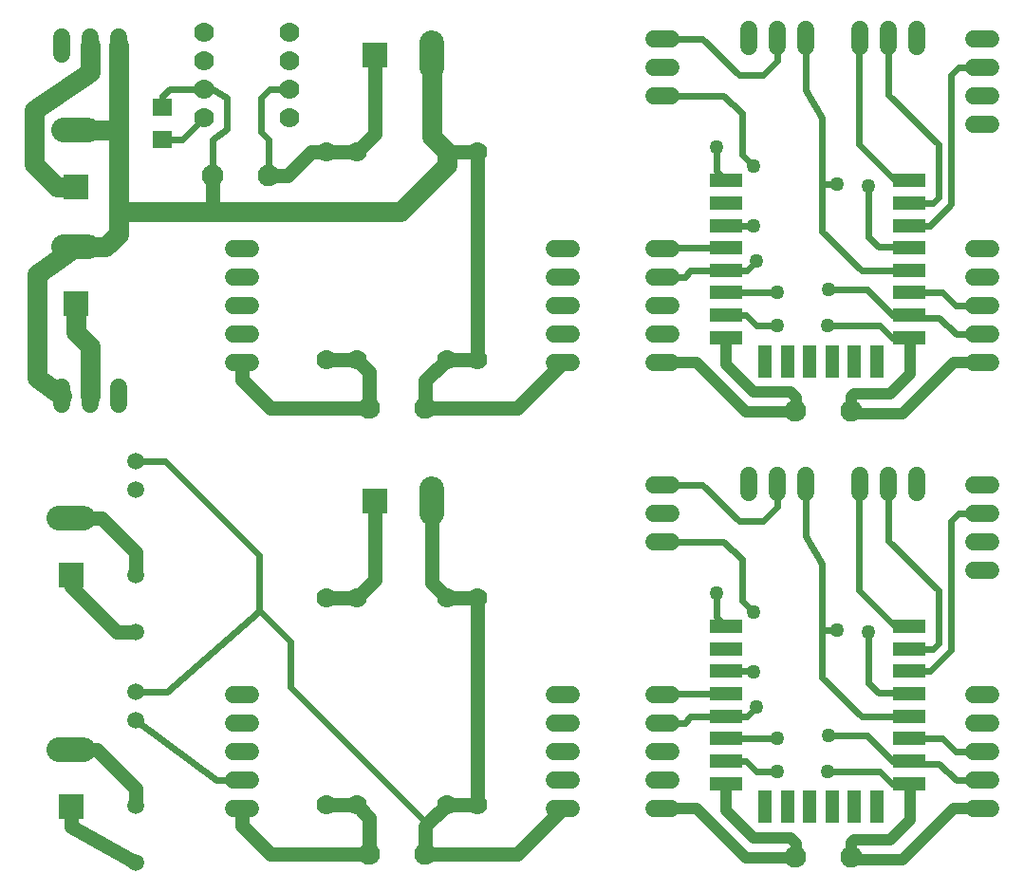
<source format=gtl>
G75*
%MOIN*%
%OFA0B0*%
%FSLAX25Y25*%
%IPPOS*%
%LPD*%
%AMOC8*
5,1,8,0,0,1.08239X$1,22.5*
%
%ADD10C,0.07600*%
%ADD11C,0.07000*%
%ADD12C,0.06000*%
%ADD13R,0.08600X0.08600*%
%ADD14C,0.08600*%
%ADD15R,0.11811X0.04724*%
%ADD16R,0.04724X0.11811*%
%ADD17R,0.07098X0.06299*%
%ADD18C,0.05937*%
%ADD19C,0.05000*%
%ADD20C,0.02400*%
%ADD21C,0.05000*%
%ADD22C,0.07000*%
%ADD23C,0.04000*%
D10*
X0146257Y0060700D03*
X0165943Y0060700D03*
X0295757Y0059700D03*
X0315443Y0059700D03*
X0315443Y0216300D03*
X0295757Y0216300D03*
X0165943Y0217300D03*
X0146257Y0217300D03*
X0110943Y0298800D03*
X0091257Y0298800D03*
D11*
X0088100Y0319300D03*
X0088100Y0329300D03*
X0088100Y0339300D03*
X0088100Y0349300D03*
X0118100Y0349300D03*
X0118100Y0339300D03*
X0118100Y0329300D03*
X0118100Y0319300D03*
X0131072Y0307233D03*
X0141883Y0307233D03*
X0173380Y0307233D03*
X0184191Y0307233D03*
X0184191Y0234398D03*
X0173380Y0234398D03*
X0141883Y0234398D03*
X0131072Y0234398D03*
X0131072Y0150633D03*
X0141883Y0150633D03*
X0173380Y0150633D03*
X0184191Y0150633D03*
X0184191Y0077798D03*
X0173380Y0077798D03*
X0141883Y0077798D03*
X0131072Y0077798D03*
D12*
X0104600Y0076700D02*
X0098600Y0076700D01*
X0098600Y0086700D02*
X0104600Y0086700D01*
X0104600Y0096700D02*
X0098600Y0096700D01*
X0098600Y0106700D02*
X0104600Y0106700D01*
X0104600Y0116700D02*
X0098600Y0116700D01*
X0211100Y0116700D02*
X0217100Y0116700D01*
X0217100Y0106700D02*
X0211100Y0106700D01*
X0211100Y0096700D02*
X0217100Y0096700D01*
X0217100Y0086700D02*
X0211100Y0086700D01*
X0211100Y0076700D02*
X0217100Y0076700D01*
X0246100Y0076700D02*
X0252100Y0076700D01*
X0252100Y0086700D02*
X0246100Y0086700D01*
X0246100Y0096700D02*
X0252100Y0096700D01*
X0252100Y0106700D02*
X0246100Y0106700D01*
X0246100Y0116700D02*
X0252100Y0116700D01*
X0252100Y0170200D02*
X0246100Y0170200D01*
X0246100Y0180200D02*
X0252100Y0180200D01*
X0252100Y0190200D02*
X0246100Y0190200D01*
X0279600Y0187700D02*
X0279600Y0193700D01*
X0289600Y0193700D02*
X0289600Y0187700D01*
X0299600Y0187700D02*
X0299600Y0193700D01*
X0318600Y0193700D02*
X0318600Y0187700D01*
X0328600Y0187700D02*
X0328600Y0193700D01*
X0338600Y0193700D02*
X0338600Y0187700D01*
X0358600Y0190200D02*
X0364600Y0190200D01*
X0364600Y0180200D02*
X0358600Y0180200D01*
X0358600Y0170200D02*
X0364600Y0170200D01*
X0364600Y0160200D02*
X0358600Y0160200D01*
X0358600Y0116700D02*
X0364600Y0116700D01*
X0364600Y0106700D02*
X0358600Y0106700D01*
X0358600Y0096700D02*
X0364600Y0096700D01*
X0364600Y0086700D02*
X0358600Y0086700D01*
X0358600Y0076700D02*
X0364600Y0076700D01*
X0364600Y0233300D02*
X0358600Y0233300D01*
X0358600Y0243300D02*
X0364600Y0243300D01*
X0364600Y0253300D02*
X0358600Y0253300D01*
X0358600Y0263300D02*
X0364600Y0263300D01*
X0364600Y0273300D02*
X0358600Y0273300D01*
X0358600Y0316800D02*
X0364600Y0316800D01*
X0364600Y0326800D02*
X0358600Y0326800D01*
X0358600Y0336800D02*
X0364600Y0336800D01*
X0364600Y0346800D02*
X0358600Y0346800D01*
X0338600Y0344300D02*
X0338600Y0350300D01*
X0328600Y0350300D02*
X0328600Y0344300D01*
X0318600Y0344300D02*
X0318600Y0350300D01*
X0299600Y0350300D02*
X0299600Y0344300D01*
X0289600Y0344300D02*
X0289600Y0350300D01*
X0279600Y0350300D02*
X0279600Y0344300D01*
X0252100Y0346800D02*
X0246100Y0346800D01*
X0246100Y0336800D02*
X0252100Y0336800D01*
X0252100Y0326800D02*
X0246100Y0326800D01*
X0246100Y0273300D02*
X0252100Y0273300D01*
X0252100Y0263300D02*
X0246100Y0263300D01*
X0246100Y0253300D02*
X0252100Y0253300D01*
X0252100Y0243300D02*
X0246100Y0243300D01*
X0246100Y0233300D02*
X0252100Y0233300D01*
X0217100Y0233300D02*
X0211100Y0233300D01*
X0211100Y0243300D02*
X0217100Y0243300D01*
X0217100Y0253300D02*
X0211100Y0253300D01*
X0211100Y0263300D02*
X0217100Y0263300D01*
X0217100Y0273300D02*
X0211100Y0273300D01*
X0104600Y0273300D02*
X0098600Y0273300D01*
X0098600Y0263300D02*
X0104600Y0263300D01*
X0104600Y0253300D02*
X0098600Y0253300D01*
X0098600Y0243300D02*
X0104600Y0243300D01*
X0104600Y0233300D02*
X0098600Y0233300D01*
X0058200Y0224700D02*
X0058200Y0218700D01*
X0048200Y0218700D02*
X0048200Y0224700D01*
X0038200Y0224700D02*
X0038200Y0218700D01*
X0038100Y0341600D02*
X0038100Y0347600D01*
X0048100Y0347600D02*
X0048100Y0341600D01*
X0058100Y0341600D02*
X0058100Y0347600D01*
D13*
X0043100Y0294800D03*
X0043100Y0253800D03*
X0148100Y0184700D03*
X0041600Y0158700D03*
X0041600Y0077200D03*
X0148100Y0341300D03*
D14*
X0168100Y0337000D02*
X0168100Y0345600D01*
X0047400Y0314800D02*
X0038800Y0314800D01*
X0038800Y0273800D02*
X0047400Y0273800D01*
X0045900Y0178700D02*
X0037300Y0178700D01*
X0037300Y0097200D02*
X0045900Y0097200D01*
X0168100Y0180400D02*
X0168100Y0189000D01*
D15*
X0271423Y0140535D03*
X0271423Y0132661D03*
X0271423Y0124787D03*
X0271423Y0116913D03*
X0271423Y0109039D03*
X0271423Y0101165D03*
X0271423Y0093291D03*
X0271423Y0085417D03*
X0335990Y0085417D03*
X0335990Y0093291D03*
X0335990Y0101165D03*
X0335990Y0109039D03*
X0335990Y0116913D03*
X0335990Y0124787D03*
X0335990Y0132661D03*
X0335990Y0140535D03*
X0335990Y0242017D03*
X0335990Y0249891D03*
X0335990Y0257765D03*
X0335990Y0265639D03*
X0335990Y0273513D03*
X0335990Y0281387D03*
X0335990Y0289261D03*
X0335990Y0297135D03*
X0271423Y0297135D03*
X0271423Y0289261D03*
X0271423Y0281387D03*
X0271423Y0273513D03*
X0271423Y0265639D03*
X0271423Y0257765D03*
X0271423Y0249891D03*
X0271423Y0242017D03*
D16*
X0285202Y0233749D03*
X0293076Y0233749D03*
X0300950Y0233749D03*
X0308824Y0233749D03*
X0316698Y0233749D03*
X0324572Y0233749D03*
X0324572Y0077149D03*
X0316698Y0077149D03*
X0308824Y0077149D03*
X0300950Y0077149D03*
X0293076Y0077149D03*
X0285202Y0077149D03*
D17*
X0073600Y0311702D03*
X0073600Y0322898D03*
D18*
X0064100Y0198700D03*
X0064100Y0188700D03*
X0064100Y0158700D03*
X0064100Y0138700D03*
X0064100Y0117700D03*
X0064100Y0107700D03*
X0064100Y0077700D03*
X0064100Y0057700D03*
D19*
X0041600Y0070200D01*
X0041600Y0077200D01*
X0050600Y0097200D02*
X0064100Y0083700D01*
X0064100Y0077700D01*
X0050600Y0097200D02*
X0041600Y0097200D01*
X0057600Y0138700D02*
X0064100Y0138700D01*
X0057600Y0138700D02*
X0041600Y0154700D01*
X0041600Y0158700D01*
X0041600Y0178700D02*
X0052100Y0178700D01*
X0064100Y0166700D01*
X0064100Y0158700D01*
X0131072Y0150633D02*
X0141883Y0150633D01*
X0148100Y0156850D01*
X0148100Y0184700D01*
X0168100Y0184700D02*
X0168100Y0155913D01*
X0173380Y0150633D01*
X0184191Y0150633D01*
X0184191Y0077798D01*
X0173380Y0077798D01*
X0166691Y0071109D01*
X0165943Y0070361D01*
X0165943Y0060700D01*
X0198100Y0060700D01*
X0214100Y0076700D01*
X0146257Y0073424D02*
X0146257Y0060700D01*
X0111600Y0060700D01*
X0101600Y0070700D01*
X0101600Y0076700D01*
X0131072Y0077798D02*
X0141883Y0077798D01*
X0146257Y0073424D01*
X0146257Y0217300D02*
X0111600Y0217300D01*
X0101600Y0227300D01*
X0101600Y0233300D01*
X0131072Y0234398D02*
X0141883Y0234398D01*
X0146257Y0230024D01*
X0146257Y0217300D01*
X0165943Y0217300D02*
X0198100Y0217300D01*
X0214100Y0233300D01*
X0184191Y0234398D02*
X0184191Y0307233D01*
X0173380Y0307233D01*
X0148100Y0313450D02*
X0141883Y0307233D01*
X0131072Y0307233D01*
X0126033Y0307233D01*
X0117600Y0298800D01*
X0110943Y0298800D01*
X0091257Y0298800D02*
X0091257Y0286957D01*
X0090600Y0286300D01*
X0059100Y0286300D02*
X0058100Y0287300D01*
X0058100Y0313800D02*
X0057100Y0314800D01*
X0148100Y0313450D02*
X0148100Y0341300D01*
X0173380Y0234398D02*
X0184191Y0234398D01*
X0173380Y0234398D02*
X0165943Y0226961D01*
X0165943Y0217300D01*
D20*
X0107600Y0165700D02*
X0107600Y0146200D01*
X0107100Y0145700D01*
X0075100Y0117700D01*
X0064100Y0117700D01*
X0064100Y0107700D02*
X0092600Y0086700D01*
X0101600Y0086700D01*
X0118600Y0119200D02*
X0166691Y0071109D01*
X0118600Y0119200D02*
X0118600Y0135200D01*
X0107600Y0146200D01*
X0107600Y0165700D02*
X0074600Y0198700D01*
X0064100Y0198700D01*
X0091257Y0298800D02*
X0091257Y0311457D01*
X0096100Y0315300D01*
X0096100Y0326300D01*
X0091100Y0329300D01*
X0088100Y0329300D01*
X0076100Y0329300D01*
X0073600Y0326800D01*
X0073600Y0322898D01*
X0073600Y0311702D02*
X0080502Y0311702D01*
X0088100Y0319300D01*
X0108100Y0314300D02*
X0110943Y0311457D01*
X0110943Y0298800D01*
X0108100Y0314300D02*
X0108100Y0326300D01*
X0111100Y0329300D01*
X0118100Y0329300D01*
X0249100Y0326800D02*
X0270600Y0326800D01*
X0277100Y0320800D01*
X0277100Y0306300D01*
X0281100Y0302300D01*
X0271423Y0297135D02*
X0268100Y0300457D01*
X0268100Y0308800D01*
X0276100Y0334300D02*
X0284600Y0334300D01*
X0289600Y0339300D01*
X0289600Y0347300D01*
X0299600Y0347300D02*
X0299600Y0328800D01*
X0305100Y0319300D01*
X0305100Y0295800D01*
X0310600Y0295800D01*
X0305100Y0295800D02*
X0305100Y0279300D01*
X0319261Y0265639D01*
X0335990Y0265639D01*
X0335990Y0273513D02*
X0335702Y0273800D01*
X0325100Y0273800D01*
X0321600Y0277300D01*
X0321600Y0295300D01*
X0330765Y0297135D02*
X0318100Y0309800D01*
X0318100Y0346800D01*
X0318600Y0347300D01*
X0328600Y0347300D02*
X0328600Y0327300D01*
X0346100Y0309800D01*
X0346100Y0291300D01*
X0344061Y0289261D01*
X0335990Y0289261D01*
X0335990Y0297135D02*
X0330765Y0297135D01*
X0335990Y0281387D02*
X0343187Y0281387D01*
X0350600Y0288800D01*
X0350600Y0334300D01*
X0353100Y0336800D01*
X0361600Y0336800D01*
X0281100Y0281300D02*
X0281013Y0281387D01*
X0271423Y0281387D01*
X0271423Y0273513D02*
X0251813Y0273587D01*
X0249100Y0273300D01*
X0258939Y0265639D02*
X0257100Y0263300D01*
X0249100Y0263300D01*
X0258939Y0265639D02*
X0271423Y0265639D01*
X0278939Y0265639D01*
X0282100Y0268800D01*
X0289600Y0257800D02*
X0271423Y0257800D01*
X0271423Y0257765D01*
X0271423Y0249891D02*
X0271513Y0249800D01*
X0278600Y0249800D01*
X0282100Y0246300D01*
X0289600Y0246300D01*
X0307100Y0246300D02*
X0325600Y0246300D01*
X0329883Y0242017D01*
X0335990Y0242017D01*
X0336100Y0241906D01*
X0337080Y0248800D02*
X0335990Y0249891D01*
X0330009Y0249891D01*
X0321100Y0258800D01*
X0307600Y0258800D01*
X0335990Y0257765D02*
X0336025Y0257800D01*
X0347600Y0257800D01*
X0352100Y0253300D01*
X0361600Y0253300D01*
X0361600Y0243300D02*
X0352600Y0243300D01*
X0346100Y0248800D01*
X0337080Y0248800D01*
X0315443Y0216300D02*
X0316443Y0215300D01*
X0296100Y0216643D02*
X0295757Y0216300D01*
X0295257Y0215800D01*
X0299600Y0190700D02*
X0299600Y0172200D01*
X0305100Y0162700D01*
X0305100Y0139200D01*
X0310600Y0139200D01*
X0305100Y0139200D02*
X0305100Y0122700D01*
X0319261Y0109039D01*
X0335990Y0109039D01*
X0336025Y0101200D02*
X0335990Y0101165D01*
X0336025Y0101200D02*
X0347600Y0101200D01*
X0352100Y0096700D01*
X0361600Y0096700D01*
X0361600Y0086700D02*
X0352600Y0086700D01*
X0346100Y0092200D01*
X0337080Y0092200D01*
X0335990Y0093291D01*
X0330009Y0093291D01*
X0321100Y0102200D01*
X0307600Y0102200D01*
X0307100Y0089700D02*
X0325600Y0089700D01*
X0329883Y0085417D01*
X0335990Y0085417D01*
X0336100Y0085306D01*
X0315443Y0059700D02*
X0316443Y0058700D01*
X0296100Y0060043D02*
X0295757Y0059700D01*
X0295257Y0059200D01*
X0289600Y0089700D02*
X0282100Y0089700D01*
X0278600Y0093200D01*
X0271513Y0093200D01*
X0271423Y0093291D01*
X0271423Y0101165D02*
X0271423Y0101200D01*
X0289600Y0101200D01*
X0278939Y0109039D02*
X0282100Y0112200D01*
X0278939Y0109039D02*
X0271423Y0109039D01*
X0258939Y0109039D01*
X0257100Y0106700D01*
X0249100Y0106700D01*
X0249100Y0116700D02*
X0251813Y0116987D01*
X0271423Y0116913D01*
X0271423Y0124787D02*
X0281013Y0124787D01*
X0281100Y0124700D01*
X0271423Y0140535D02*
X0268100Y0143857D01*
X0268100Y0152200D01*
X0277100Y0149700D02*
X0277100Y0164200D01*
X0270600Y0170200D01*
X0249100Y0170200D01*
X0249100Y0190200D02*
X0263100Y0190200D01*
X0276100Y0177700D01*
X0284600Y0177700D01*
X0289600Y0182700D01*
X0289600Y0190700D01*
X0318100Y0190200D02*
X0318600Y0190700D01*
X0318100Y0190200D02*
X0318100Y0153200D01*
X0330765Y0140535D01*
X0335990Y0140535D01*
X0335990Y0132661D02*
X0344061Y0132661D01*
X0346100Y0134700D01*
X0346100Y0153200D01*
X0328600Y0170700D01*
X0328600Y0190700D01*
X0350600Y0177700D02*
X0353100Y0180200D01*
X0361600Y0180200D01*
X0350600Y0177700D02*
X0350600Y0132200D01*
X0343187Y0124787D01*
X0335990Y0124787D01*
X0335702Y0117200D02*
X0325100Y0117200D01*
X0321600Y0120700D01*
X0321600Y0138700D01*
X0335702Y0117200D02*
X0335990Y0116913D01*
X0281100Y0145700D02*
X0277100Y0149700D01*
X0276100Y0334300D02*
X0263100Y0346800D01*
X0249100Y0346800D01*
D21*
X0268100Y0308800D03*
X0281100Y0302300D03*
X0281100Y0281300D03*
X0282100Y0268800D03*
X0289600Y0257800D03*
X0289600Y0246300D03*
X0307100Y0246300D03*
X0307600Y0258800D03*
X0310600Y0295800D03*
X0321600Y0295300D03*
X0268100Y0152200D03*
X0281100Y0145700D03*
X0281100Y0124700D03*
X0282100Y0112200D03*
X0289600Y0101200D03*
X0289600Y0089700D03*
X0307100Y0089700D03*
X0307600Y0102200D03*
X0310600Y0139200D03*
X0321600Y0138700D03*
D22*
X0173380Y0302580D02*
X0157100Y0286300D01*
X0090600Y0286300D01*
X0059100Y0286300D01*
X0058100Y0287300D02*
X0058100Y0278300D01*
X0053600Y0273800D01*
X0043100Y0273800D01*
X0029600Y0264300D01*
X0029600Y0227800D01*
X0038200Y0221700D01*
X0048200Y0221700D02*
X0048100Y0238800D01*
X0043100Y0243800D01*
X0043100Y0253800D01*
X0058100Y0287300D02*
X0058100Y0313800D01*
X0058100Y0344600D01*
X0048100Y0344600D02*
X0048100Y0335300D01*
X0028600Y0321800D01*
X0028600Y0302800D01*
X0036600Y0294800D01*
X0043100Y0294800D01*
X0043100Y0314800D02*
X0057100Y0314800D01*
X0168100Y0312513D02*
X0173380Y0307233D01*
X0173380Y0302580D01*
X0168100Y0312513D02*
X0168100Y0341300D01*
D23*
X0271423Y0242017D02*
X0271423Y0232477D01*
X0281100Y0222800D01*
X0294100Y0222800D01*
X0296100Y0220800D01*
X0296100Y0216643D01*
X0295257Y0215800D02*
X0278600Y0215800D01*
X0261100Y0233300D01*
X0249100Y0233300D01*
X0315443Y0221143D02*
X0315443Y0216300D01*
X0316443Y0215300D02*
X0333600Y0215300D01*
X0351600Y0233300D01*
X0361600Y0233300D01*
X0336100Y0229300D02*
X0336100Y0241906D01*
X0336100Y0229300D02*
X0329100Y0222300D01*
X0316600Y0222300D01*
X0315443Y0221143D01*
X0336100Y0085306D02*
X0336100Y0072700D01*
X0329100Y0065700D01*
X0316600Y0065700D01*
X0315443Y0064543D01*
X0315443Y0059700D01*
X0316443Y0058700D02*
X0333600Y0058700D01*
X0351600Y0076700D01*
X0361600Y0076700D01*
X0296100Y0064200D02*
X0296100Y0060043D01*
X0295257Y0059200D02*
X0278600Y0059200D01*
X0261100Y0076700D01*
X0249100Y0076700D01*
X0271423Y0075877D02*
X0281100Y0066200D01*
X0294100Y0066200D01*
X0296100Y0064200D01*
X0271423Y0075877D02*
X0271423Y0085417D01*
M02*

</source>
